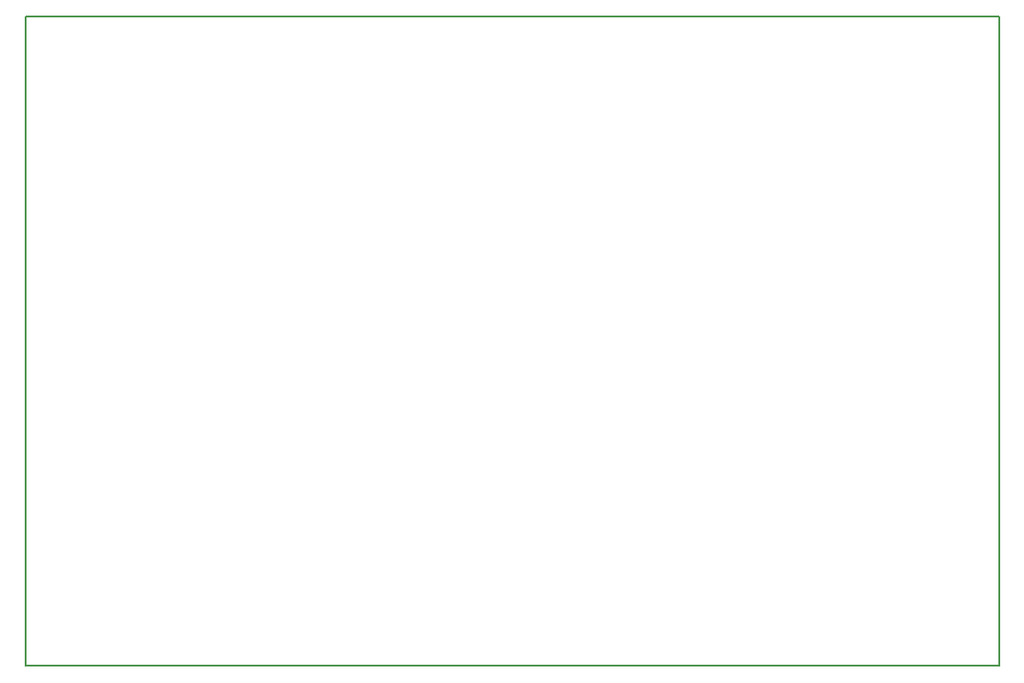
<source format=gbr>
%TF.GenerationSoftware,KiCad,Pcbnew,(6.0.10)*%
%TF.CreationDate,2023-04-25T21:53:47+02:00*%
%TF.ProjectId,sabvoton-controller,73616276-6f74-46f6-9e2d-636f6e74726f,rev?*%
%TF.SameCoordinates,Original*%
%TF.FileFunction,Profile,NP*%
%FSLAX46Y46*%
G04 Gerber Fmt 4.6, Leading zero omitted, Abs format (unit mm)*
G04 Created by KiCad (PCBNEW (6.0.10)) date 2023-04-25 21:53:47*
%MOMM*%
%LPD*%
G01*
G04 APERTURE LIST*
%TA.AperFunction,Profile*%
%ADD10C,0.200000*%
%TD*%
G04 APERTURE END LIST*
D10*
X91000000Y-56000000D02*
X181000000Y-56000000D01*
X181000000Y-56000000D02*
X181000000Y-116000000D01*
X181000000Y-116000000D02*
X91000000Y-116000000D01*
X91000000Y-116000000D02*
X91000000Y-56000000D01*
M02*

</source>
